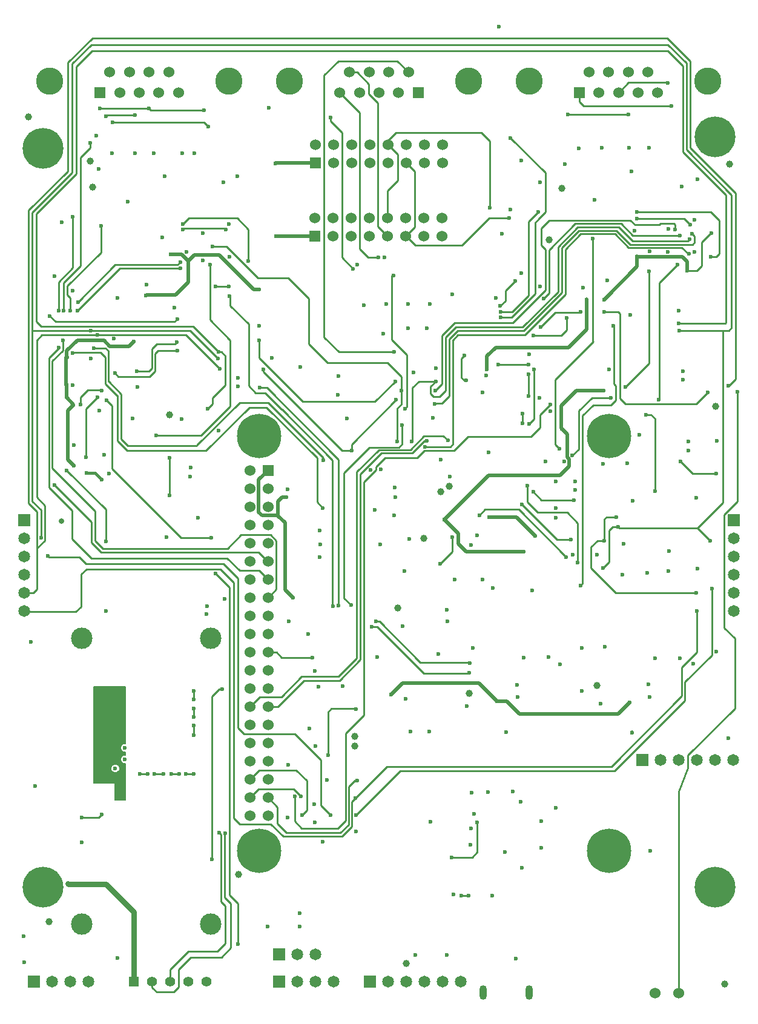
<source format=gbl>
G04 #@! TF.FileFunction,Copper,L4,Bot,Signal*
%FSLAX46Y46*%
G04 Gerber Fmt 4.6, Leading zero omitted, Abs format (unit mm)*
G04 Created by KiCad (PCBNEW 4.0.6) date Sunday, October 29, 2017 'AMt' 11:13:45 AM*
%MOMM*%
%LPD*%
G01*
G04 APERTURE LIST*
%ADD10C,0.100000*%
%ADD11R,1.524000X1.524000*%
%ADD12C,1.524000*%
%ADD13C,1.000760*%
%ADD14C,5.699760*%
%ADD15C,3.000000*%
%ADD16C,3.810000*%
%ADD17R,1.397000X1.397000*%
%ADD18C,1.397000*%
%ADD19C,6.200000*%
%ADD20R,1.651000X1.651000*%
%ADD21C,1.651000*%
%ADD22O,1.016000X2.032000*%
%ADD23C,0.600000*%
%ADD24C,0.250000*%
%ADD25C,0.508000*%
%ADD26C,0.381000*%
%ADD27C,0.254000*%
%ADD28C,0.762000*%
%ADD29C,0.203200*%
G04 APERTURE END LIST*
D10*
D11*
X99060000Y-51910000D03*
D12*
X99060000Y-49370000D03*
X101600000Y-51910000D03*
X101600000Y-49370000D03*
X104140000Y-51910000D03*
X104140000Y-49370000D03*
X106680000Y-51910000D03*
X106680000Y-49370000D03*
X109220000Y-51910000D03*
X109220000Y-49370000D03*
X111760000Y-51910000D03*
X111760000Y-49370000D03*
X114300000Y-51910000D03*
X114300000Y-49370000D03*
X116840000Y-51910000D03*
X116840000Y-49370000D03*
D13*
X131750000Y-62640000D03*
X67524000Y-51662000D03*
D14*
X60960000Y-49880000D03*
X154940000Y-48260000D03*
X154953000Y-153162000D03*
X60960000Y-153162000D03*
D13*
X88275000Y-151390000D03*
X104600000Y-133415000D03*
D15*
X66375000Y-118340000D03*
X66375000Y-158340000D03*
X84375000Y-118340000D03*
X84375000Y-158340000D03*
D11*
X98960000Y-62110000D03*
D12*
X98960000Y-59570000D03*
X101500000Y-62110000D03*
X101500000Y-59570000D03*
X104040000Y-62110000D03*
X104040000Y-59570000D03*
X106580000Y-62110000D03*
X106580000Y-59570000D03*
X109120000Y-62110000D03*
X109120000Y-59570000D03*
X111660000Y-62110000D03*
X111660000Y-59570000D03*
X114200000Y-62110000D03*
X114200000Y-59570000D03*
X116740000Y-62110000D03*
X116740000Y-59570000D03*
D13*
X120525000Y-126065000D03*
X138437500Y-125002500D03*
D12*
X78532000Y-39220000D03*
X75792000Y-39220000D03*
X73052000Y-39220000D03*
X70312000Y-39220000D03*
X79902000Y-42060000D03*
X77162000Y-42060000D03*
X74422000Y-42060000D03*
X71682000Y-42060000D03*
D11*
X68942000Y-42060000D03*
D16*
X61927000Y-40490000D03*
X86917000Y-40490000D03*
X153945000Y-40490000D03*
X128955000Y-40490000D03*
D11*
X135970000Y-42060000D03*
D12*
X138710000Y-42060000D03*
X141450000Y-42060000D03*
X144190000Y-42060000D03*
X146930000Y-42060000D03*
X137340000Y-39220000D03*
X140080000Y-39220000D03*
X142820000Y-39220000D03*
X145560000Y-39220000D03*
D13*
X104525000Y-132090000D03*
D16*
X120445000Y-40490000D03*
X95455000Y-40490000D03*
D12*
X102470000Y-42060000D03*
X105210000Y-42060000D03*
X107950000Y-42060000D03*
X110690000Y-42060000D03*
D11*
X113430000Y-42060000D03*
D12*
X103840000Y-39220000D03*
X106580000Y-39220000D03*
X109320000Y-39220000D03*
X112060000Y-39220000D03*
D17*
X73660000Y-166370000D03*
D18*
X76200000Y-166370000D03*
X78740000Y-166370000D03*
X81280000Y-166370000D03*
X83820000Y-166370000D03*
D13*
X114250000Y-104390000D03*
X116600000Y-97890000D03*
X117750000Y-97065000D03*
X111775000Y-163790000D03*
X110537500Y-114102500D03*
D11*
X92420000Y-94910000D03*
D12*
X89880000Y-94910000D03*
X92420000Y-107610000D03*
X89880000Y-97450000D03*
X92420000Y-110150000D03*
X89880000Y-99990000D03*
X92420000Y-112690000D03*
X89880000Y-102530000D03*
X92420000Y-115230000D03*
X89880000Y-105070000D03*
X92420000Y-117770000D03*
X89880000Y-107610000D03*
X92420000Y-120310000D03*
X89880000Y-110150000D03*
X92420000Y-122850000D03*
X89880000Y-112690000D03*
X92420000Y-125390000D03*
X89880000Y-115230000D03*
X92420000Y-127930000D03*
X89880000Y-117770000D03*
X92420000Y-130470000D03*
X89880000Y-120310000D03*
X92420000Y-133010000D03*
X89880000Y-122850000D03*
X89880000Y-125390000D03*
X92420000Y-135550000D03*
X89880000Y-127930000D03*
X89880000Y-133010000D03*
X89880000Y-135550000D03*
X89880000Y-138090000D03*
X89880000Y-140630000D03*
X92420000Y-138090000D03*
X92420000Y-140630000D03*
X92420000Y-97450000D03*
X92420000Y-99990000D03*
X92420000Y-102530000D03*
X92420000Y-105070000D03*
X92420000Y-143170000D03*
X89880000Y-143170000D03*
X89880000Y-130470000D03*
D19*
X91150000Y-90040000D03*
X91150000Y-148040000D03*
X140150000Y-90040000D03*
X140150000Y-148040000D03*
D13*
X58950000Y-45490000D03*
X156975000Y-52090000D03*
X61850000Y-157940000D03*
X156275000Y-166665000D03*
D12*
X146550000Y-167940000D03*
X149850000Y-167940000D03*
D20*
X58300000Y-101840000D03*
D21*
X58300000Y-104380000D03*
X58300000Y-106920000D03*
X58300000Y-109460000D03*
X58300000Y-112000000D03*
X58300000Y-114540000D03*
X157600000Y-114540000D03*
X157600000Y-112000000D03*
X157600000Y-109460000D03*
X157600000Y-106920000D03*
X157600000Y-104380000D03*
D20*
X157600000Y-101840000D03*
X93960000Y-162540000D03*
D21*
X96500000Y-162540000D03*
X99040000Y-162540000D03*
X67310000Y-166390000D03*
X64770000Y-166390000D03*
X62230000Y-166390000D03*
D20*
X59690000Y-166390000D03*
D21*
X157500000Y-135340000D03*
X154960000Y-135340000D03*
X152420000Y-135340000D03*
X149880000Y-135340000D03*
X147340000Y-135340000D03*
D20*
X144800000Y-135340000D03*
X106700000Y-166390000D03*
D21*
X109240000Y-166390000D03*
X111780000Y-166390000D03*
X114320000Y-166390000D03*
X116860000Y-166390000D03*
X119400000Y-166390000D03*
D20*
X93990000Y-166390000D03*
D21*
X96530000Y-166390000D03*
X99070000Y-166390000D03*
X101610000Y-166390000D03*
D22*
X122524200Y-167865000D03*
X128975800Y-167865000D03*
D13*
X67900000Y-55240000D03*
X78650000Y-87140000D03*
X133500000Y-55490000D03*
X155000000Y-85890000D03*
D23*
X122950000Y-81640000D03*
X118200000Y-70290000D03*
X108550000Y-75790000D03*
X114650000Y-74990000D03*
X93000000Y-79190000D03*
X136500000Y-69360000D03*
X139830000Y-68330000D03*
X144330000Y-89950000D03*
X148450000Y-108930000D03*
X145420000Y-109180000D03*
X121650000Y-103940000D03*
X98975000Y-122890000D03*
X69725000Y-114590000D03*
X69525000Y-92715000D03*
X63562280Y-60227720D03*
X155125000Y-120240000D03*
X139550000Y-119540000D03*
X151200000Y-90865000D03*
X152275000Y-98715000D03*
X128925000Y-78640000D03*
X123275000Y-92365000D03*
X67625000Y-79215000D03*
X145900000Y-148040000D03*
X116600000Y-93365000D03*
X127075000Y-163140000D03*
X58345000Y-163655000D03*
X118400000Y-154140000D03*
X113000000Y-162640000D03*
X145800000Y-64290000D03*
X81025000Y-64340000D03*
X99450000Y-125140000D03*
X123875000Y-111315000D03*
X122450000Y-110115000D03*
X118500000Y-110165000D03*
X130600000Y-147690000D03*
X130600000Y-143915000D03*
X132700000Y-142090000D03*
X127775000Y-141215000D03*
X126675000Y-139740000D03*
X136325000Y-125765000D03*
X136300000Y-119690000D03*
X114975000Y-131365000D03*
X123225000Y-139890000D03*
X120875000Y-139990000D03*
X116287500Y-120581180D03*
X129350000Y-111690000D03*
X111500000Y-108940000D03*
X111212500Y-116652500D03*
X117487500Y-115977500D03*
X117412500Y-114352500D03*
X138400000Y-106715000D03*
X132700000Y-101515000D03*
X132700000Y-100165000D03*
X135350000Y-97615000D03*
X135400000Y-96440000D03*
X132650000Y-96390000D03*
X110050000Y-101165000D03*
X110175000Y-97315000D03*
X122425000Y-83990000D03*
X68450000Y-48115000D03*
X96825000Y-158640000D03*
X96825000Y-156765000D03*
X98950000Y-144090000D03*
X104775000Y-145340000D03*
X100675000Y-138165000D03*
X142650000Y-93915000D03*
X138100000Y-57040000D03*
X95125000Y-143440000D03*
X98200000Y-130965000D03*
X95250000Y-136040000D03*
X95375000Y-116015000D03*
X86350000Y-112890000D03*
X99675000Y-103290000D03*
X99650000Y-106990000D03*
X65150000Y-82940000D03*
X70900000Y-76465000D03*
X112375000Y-131415000D03*
X111675000Y-126815000D03*
X71075000Y-136590000D03*
X146562500Y-121127500D03*
X66375000Y-146890000D03*
X72375000Y-133690000D03*
X72375000Y-135290000D03*
X82075000Y-137290000D03*
X80975000Y-137290000D03*
X79975000Y-137290000D03*
X78875000Y-137290000D03*
X77775000Y-137290000D03*
X76575000Y-137290000D03*
X75575000Y-137290000D03*
X74475000Y-137290000D03*
X82650000Y-101540000D03*
X143362500Y-131529340D03*
X115175000Y-144015000D03*
X75450000Y-68940000D03*
X127975000Y-150465000D03*
X125575000Y-148265000D03*
X123800000Y-154315000D03*
X120775000Y-147240000D03*
X120800000Y-144915000D03*
X143650000Y-61340000D03*
X77675000Y-62340000D03*
X104900000Y-66140000D03*
X108700000Y-65065000D03*
X142186264Y-105187452D03*
X149850000Y-72515000D03*
X125750000Y-131516840D03*
X133825000Y-93615000D03*
X133300000Y-122015000D03*
X131700000Y-120990000D03*
X128175000Y-121090000D03*
X121100000Y-119690000D03*
X127275000Y-124865000D03*
X127325000Y-126565000D03*
X120200000Y-127840000D03*
X138962500Y-127502500D03*
X151887500Y-121902500D03*
X150062500Y-121127500D03*
X145612500Y-124827500D03*
X145787500Y-126577500D03*
X65250000Y-91390000D03*
X115050000Y-71590000D03*
X112050000Y-71590000D03*
X105850000Y-71790000D03*
X108950000Y-71640000D03*
X131900000Y-86615000D03*
X140150000Y-80740000D03*
X150450000Y-81040000D03*
X127850000Y-67340000D03*
X125150000Y-61840000D03*
X135850000Y-49840000D03*
X139150000Y-49740000D03*
X142950000Y-49740000D03*
X145750000Y-49740000D03*
X126350000Y-58440000D03*
X127850000Y-51540000D03*
X130450000Y-54640000D03*
X91150000Y-74640000D03*
X88250000Y-81940000D03*
X74150000Y-83240000D03*
X115500000Y-87540000D03*
X112800000Y-81165000D03*
X124250000Y-70740000D03*
X62550000Y-67740000D03*
X102195000Y-84295000D03*
X81650000Y-94440000D03*
X71350000Y-70740000D03*
X72850000Y-57340000D03*
X82150000Y-50540000D03*
X80450000Y-50540000D03*
X76450000Y-50540000D03*
X73850000Y-50540000D03*
X70650000Y-50540000D03*
X96925000Y-80390000D03*
X91200000Y-69615000D03*
X110200000Y-98590000D03*
X112200000Y-104440000D03*
X142000000Y-109490000D03*
X103475000Y-87615000D03*
X102275000Y-81715000D03*
X64325000Y-79040000D03*
X152500000Y-108640000D03*
X139275000Y-93990000D03*
X95150000Y-97490000D03*
X120825000Y-105315000D03*
X58240000Y-159990000D03*
X117450000Y-162640000D03*
X92400000Y-158640000D03*
X71350000Y-163040000D03*
X78225000Y-104240000D03*
X73650000Y-76890000D03*
X64200000Y-82790000D03*
X65225000Y-85740000D03*
X65250000Y-94240000D03*
X135050000Y-106665000D03*
X99025000Y-133440000D03*
X102900000Y-125065000D03*
X107675000Y-120990000D03*
X98075000Y-117790000D03*
X115925000Y-80565000D03*
X130400000Y-84740000D03*
X131275000Y-93665000D03*
X117825000Y-95740000D03*
X137000000Y-70990000D03*
X123050000Y-80765000D03*
X126625000Y-77690000D03*
X154450000Y-61740000D03*
X139425000Y-70990000D03*
X69150000Y-96140000D03*
X67050000Y-95240000D03*
X144025000Y-65015000D03*
X78800000Y-64715000D03*
X75375000Y-70465000D03*
X151050000Y-66965000D03*
X148325000Y-40690000D03*
X133150000Y-91865000D03*
X137875000Y-62490000D03*
X148850000Y-43940000D03*
X145300000Y-87090000D03*
X146520000Y-97770000D03*
X140350000Y-84740000D03*
X135000000Y-92815000D03*
X96175000Y-140415000D03*
X131900000Y-85665000D03*
X145675000Y-67090000D03*
X142400000Y-83190000D03*
X142850000Y-45140000D03*
X134350000Y-45140000D03*
X112050000Y-74990000D03*
X133950000Y-52040000D03*
X143050000Y-73140000D03*
X133530000Y-89030000D03*
X155230000Y-90780000D03*
X148470000Y-106180000D03*
X88250000Y-83140000D03*
X79300000Y-72140000D03*
X65150000Y-69740000D03*
X68750000Y-52740000D03*
X156825000Y-132340000D03*
X68850000Y-86565000D03*
X143450000Y-99165000D03*
X117075000Y-101790000D03*
X128225000Y-106265000D03*
X139350000Y-83765000D03*
X83350000Y-65540000D03*
X150250000Y-55215000D03*
X73500000Y-87590000D03*
X80350000Y-87740000D03*
X151225000Y-92115000D03*
X130450000Y-69140000D03*
X150450000Y-82240000D03*
X152450000Y-54140000D03*
X152050000Y-64340000D03*
X148350000Y-64340000D03*
X148450000Y-61140000D03*
X152050000Y-59840000D03*
X143250000Y-53040000D03*
X70150000Y-95340000D03*
X85550000Y-89340000D03*
X86950000Y-60421000D03*
X87029017Y-65037631D03*
X83331000Y-61721000D03*
X88150000Y-53740000D03*
X81550000Y-95740000D03*
X77950000Y-53740000D03*
X86150000Y-54640000D03*
X124925000Y-71890000D03*
X127025000Y-68365000D03*
X124975000Y-72690000D03*
X130250000Y-58740000D03*
X124950000Y-73515000D03*
X126350000Y-48390000D03*
X149350000Y-61215000D03*
X115850000Y-83715000D03*
X110450000Y-90865000D03*
X111050000Y-83740000D03*
X84700000Y-63540000D03*
X150025000Y-62015000D03*
X130950000Y-70890000D03*
X89691949Y-65598051D03*
X80550000Y-60440000D03*
X114400000Y-91565000D03*
X151275000Y-64615000D03*
X91150000Y-76740000D03*
X110250000Y-82440000D03*
X112550000Y-90865000D03*
X151350000Y-62565000D03*
X115900000Y-82440000D03*
X151750000Y-61790000D03*
X115775000Y-85590000D03*
X104150000Y-92140000D03*
X110350000Y-85040000D03*
X91750000Y-80740000D03*
X86550000Y-61240000D03*
X80550000Y-61240000D03*
X84300000Y-66115002D03*
X76825000Y-90015000D03*
X153900000Y-84015000D03*
X130525000Y-74840000D03*
X136150000Y-72765000D03*
X139450000Y-72740000D03*
X83449999Y-44539999D03*
X75750000Y-44240000D03*
X68950000Y-44240000D03*
X64750000Y-72590000D03*
X69100000Y-60740000D03*
X84075000Y-46790000D03*
X70675000Y-46215000D03*
X65750000Y-72590000D03*
X80150000Y-66640000D03*
X73850000Y-45240000D03*
X69750000Y-45340000D03*
X62575000Y-96965000D03*
X63150000Y-77740000D03*
X63150000Y-72515000D03*
X65150000Y-59440000D03*
X67600000Y-49065000D03*
X63750000Y-76740000D03*
X63875000Y-72540000D03*
X86950000Y-69140000D03*
X85050000Y-69140000D03*
X80150000Y-65740000D03*
X65850000Y-71340000D03*
X101475000Y-113840000D03*
X87050000Y-70540000D03*
X102300000Y-113790000D03*
X104750000Y-128265000D03*
X100800000Y-134715000D03*
X91275000Y-83265000D03*
X78650000Y-98340000D03*
X78650000Y-93140000D03*
X144000000Y-58765000D03*
X154350000Y-65040000D03*
X151450000Y-60540000D03*
X144000000Y-59690000D03*
X149675000Y-66115000D03*
X147100000Y-84965000D03*
X158100000Y-83940000D03*
X104350000Y-66740000D03*
X101150000Y-45540000D03*
X111550000Y-86240000D03*
X109950000Y-67640000D03*
X59900000Y-139040000D03*
X107875000Y-65065000D03*
X71675000Y-140690000D03*
X71675000Y-140090000D03*
X68675000Y-129790000D03*
X68675000Y-128490000D03*
X68675000Y-127190000D03*
X68675000Y-125690000D03*
X68975000Y-137890000D03*
X69375000Y-138390000D03*
X154500000Y-111415000D03*
X61675000Y-106865000D03*
X104725000Y-143090000D03*
X101175000Y-143115000D03*
X152400000Y-114554000D03*
X104625000Y-140690000D03*
X64450000Y-152640000D03*
X124675000Y-32815000D03*
X63500000Y-101954000D03*
X95025000Y-98590000D03*
X100075000Y-146815000D03*
X98925000Y-141590000D03*
X59275000Y-118865000D03*
X95925000Y-112690000D03*
X94800000Y-108940000D03*
X98625000Y-121040000D03*
X86425000Y-145640000D03*
X114600000Y-90790000D03*
X84600000Y-149290000D03*
X86050000Y-125440000D03*
X85625000Y-145565000D03*
X117575000Y-90690000D03*
X97175000Y-143065000D03*
X97025000Y-140415000D03*
X104900000Y-138215000D03*
X88250000Y-161140000D03*
X85075000Y-109265000D03*
X66375000Y-143390000D03*
X69175000Y-142990000D03*
X99700000Y-105265000D03*
X108100000Y-105240000D03*
X104025000Y-113740000D03*
X111200000Y-88515000D03*
X93550000Y-62140000D03*
X93450000Y-51940000D03*
X110050000Y-78340000D03*
X121700000Y-144090000D03*
X118125000Y-149015000D03*
X92550000Y-44190000D03*
X123450000Y-58140000D03*
X126150000Y-59640000D03*
X119425000Y-154315000D03*
X120475000Y-154315000D03*
X121212500Y-142952500D03*
X109650000Y-126240000D03*
X142987500Y-127302500D03*
X124475000Y-127140000D03*
X134825000Y-104540000D03*
X127925000Y-99665000D03*
X129800000Y-104015000D03*
X123375000Y-101390000D03*
X120625000Y-121790000D03*
X69750000Y-104840000D03*
X64250000Y-94865000D03*
X83925000Y-113840000D03*
X107500000Y-116015000D03*
X128050000Y-88315000D03*
X128025000Y-86915000D03*
X120525000Y-123215000D03*
X61925000Y-73315000D03*
X79725000Y-73740000D03*
X106925000Y-116715000D03*
X83850000Y-114990000D03*
X136125000Y-110990000D03*
X140725000Y-74690000D03*
X116525000Y-107940000D03*
X118200000Y-104240000D03*
X154225000Y-104690000D03*
X60675000Y-104290000D03*
X139300000Y-108515000D03*
X141375000Y-102790000D03*
X67625000Y-75340000D03*
X149950000Y-75340000D03*
X85450000Y-79240000D03*
X152350000Y-112040000D03*
X156825000Y-83090000D03*
X139450000Y-104715000D03*
X141100000Y-101415000D03*
X68575000Y-75965000D03*
X85650000Y-80690000D03*
X107325000Y-100390000D03*
X65125000Y-78440000D03*
X120150000Y-82315000D03*
X119875000Y-78840000D03*
X100100000Y-100115000D03*
X68075000Y-77790000D03*
X108225000Y-94765000D03*
X106775000Y-94790000D03*
X100200000Y-93490000D03*
X83975000Y-86290000D03*
X85550000Y-78340000D03*
X149850000Y-74340000D03*
X134150000Y-107015000D03*
X122000000Y-101140000D03*
X129525000Y-97890000D03*
X135225000Y-99040000D03*
X128725000Y-97040000D03*
X135750000Y-107740000D03*
X69200000Y-83715000D03*
X66225000Y-85715000D03*
X68600000Y-84640000D03*
X66975000Y-93065000D03*
X71025000Y-81315000D03*
X79750000Y-78165000D03*
X79700000Y-76915000D03*
X74100000Y-81040000D03*
X69850000Y-85065000D03*
X84500000Y-104265000D03*
X128925000Y-88415000D03*
X129650000Y-80790000D03*
X124650000Y-80090000D03*
X128825000Y-80115000D03*
X129575000Y-75990000D03*
X134175000Y-73565000D03*
X150125000Y-93665000D03*
X155150000Y-95315000D03*
X128900000Y-81440000D03*
X128875000Y-84465000D03*
X82075000Y-125690000D03*
X82075000Y-126890000D03*
X82075000Y-128190000D03*
X82075000Y-129390000D03*
X82075000Y-130590000D03*
X82075000Y-131890000D03*
D24*
X108550000Y-75790000D02*
X108500000Y-75790000D01*
X63562280Y-60227720D02*
X63550000Y-60240000D01*
X72375000Y-135290000D02*
X72375000Y-135190000D01*
X82075000Y-137290000D02*
X80975000Y-137290000D01*
X79975000Y-137290000D02*
X78875000Y-137290000D01*
X77775000Y-137290000D02*
X76575000Y-137290000D01*
X75575000Y-137290000D02*
X74475000Y-137290000D01*
D25*
X143362500Y-131529340D02*
X143362500Y-131502500D01*
D24*
X145787500Y-126577500D02*
X145812500Y-126577500D01*
D25*
X82125000Y-64765000D02*
X85575000Y-64765000D01*
X85575000Y-64765000D02*
X90425000Y-69615000D01*
X82125000Y-64765000D02*
X81262500Y-65627500D01*
X90425000Y-69615000D02*
X91200000Y-69615000D01*
X64250000Y-84715000D02*
X64250000Y-82840000D01*
X64250000Y-82840000D02*
X64200000Y-82790000D01*
X64300000Y-78140000D02*
X64300000Y-79015000D01*
X64300000Y-79015000D02*
X64200000Y-79115000D01*
X64200000Y-79115000D02*
X64200000Y-82790000D01*
X123050000Y-78940000D02*
X123050000Y-80765000D01*
X64300000Y-78140000D02*
X65750000Y-76690000D01*
D24*
X58240000Y-159990000D02*
X58245000Y-159985000D01*
X58245000Y-159985000D02*
X58245000Y-159980000D01*
D25*
X81262500Y-68602500D02*
X81262500Y-65627500D01*
X81262500Y-65627500D02*
X80350000Y-64715000D01*
X80350000Y-64715000D02*
X78800000Y-64715000D01*
X65750000Y-76690000D02*
X69475000Y-76690000D01*
X69475000Y-76690000D02*
X70300000Y-77515000D01*
X70300000Y-77515000D02*
X73025000Y-77515000D01*
X73025000Y-77515000D02*
X73650000Y-76890000D01*
X65225000Y-85740000D02*
X65225000Y-85690000D01*
X65225000Y-85690000D02*
X64225000Y-84690000D01*
X65225000Y-85740000D02*
X64425000Y-86540000D01*
X64425000Y-86540000D02*
X64425000Y-93415000D01*
X64425000Y-93415000D02*
X65250000Y-94240000D01*
D24*
X130400000Y-84740000D02*
X130375000Y-84740000D01*
X130375000Y-84740000D02*
X130375000Y-84715000D01*
D25*
X126625000Y-77690000D02*
X134475000Y-77690000D01*
X134475000Y-77690000D02*
X136975000Y-75190000D01*
X136975000Y-75190000D02*
X136975000Y-70915000D01*
X126625000Y-77690000D02*
X124300000Y-77690000D01*
X124300000Y-77690000D02*
X123050000Y-78940000D01*
D24*
X154325000Y-61740000D02*
X153100000Y-62965000D01*
X153100000Y-62965000D02*
X153100000Y-66290000D01*
X153100000Y-66290000D02*
X152425000Y-66965000D01*
X152425000Y-66965000D02*
X151050000Y-66965000D01*
D25*
X144025000Y-65015000D02*
X150375000Y-65015000D01*
X150375000Y-65015000D02*
X151050000Y-65690000D01*
X151050000Y-65690000D02*
X151050000Y-66965000D01*
X144025000Y-64965000D02*
X144025000Y-66390000D01*
X144025000Y-66390000D02*
X139425000Y-70990000D01*
D26*
X67050000Y-95240000D02*
X68250000Y-95240000D01*
X68250000Y-95240000D02*
X69150000Y-96140000D01*
D25*
X79500000Y-70365000D02*
X81275000Y-68590000D01*
X75475000Y-70365000D02*
X79500000Y-70365000D01*
X75375000Y-70465000D02*
X75475000Y-70365000D01*
D24*
X148275000Y-40640000D02*
X142870000Y-40640000D01*
X148325000Y-40690000D02*
X148275000Y-40640000D01*
X142870000Y-40640000D02*
X141450000Y-42060000D01*
X132575000Y-82215000D02*
X132575000Y-91290000D01*
X132575000Y-91290000D02*
X133150000Y-91865000D01*
X132575000Y-82215000D02*
X137900000Y-76890000D01*
X137850000Y-76840000D02*
X137850000Y-62515000D01*
X137900000Y-76890000D02*
X137850000Y-76840000D01*
X135970000Y-43360000D02*
X135970000Y-42060000D01*
X136550000Y-43940000D02*
X135970000Y-43360000D01*
X148850000Y-43940000D02*
X136550000Y-43940000D01*
X146520000Y-97770000D02*
X146525000Y-87640000D01*
X146525000Y-87640000D02*
X145975000Y-87090000D01*
X145975000Y-87090000D02*
X145300000Y-87090000D01*
X135900000Y-87440000D02*
X135900000Y-86565000D01*
X135900000Y-86565000D02*
X137725000Y-84740000D01*
X137725000Y-84740000D02*
X140350000Y-84740000D01*
X135900000Y-91915000D02*
X135900000Y-87440000D01*
X135000000Y-92815000D02*
X135900000Y-91915000D01*
X103300000Y-143815000D02*
X103300000Y-131640000D01*
X103300000Y-131640000D02*
X105825000Y-129115000D01*
X105825000Y-129115000D02*
X105825000Y-96515000D01*
X103300000Y-143815000D02*
X102200000Y-144915000D01*
X102200000Y-144915000D02*
X97150000Y-144915000D01*
X97150000Y-144915000D02*
X96175000Y-143940000D01*
X96175000Y-143940000D02*
X96175000Y-140415000D01*
X131900000Y-85665000D02*
X130475000Y-87090000D01*
X130475000Y-87090000D02*
X130475000Y-88890000D01*
X130475000Y-88890000D02*
X129200000Y-90165000D01*
X129200000Y-90165000D02*
X120400000Y-90165000D01*
X120400000Y-90165000D02*
X118425000Y-92140000D01*
X118425000Y-92140000D02*
X114300000Y-92140000D01*
X114300000Y-92140000D02*
X113325000Y-93115000D01*
X113325000Y-93115000D02*
X108825000Y-93115000D01*
X108825000Y-93115000D02*
X107525000Y-94415000D01*
X107525000Y-94415000D02*
X107525000Y-94815000D01*
X107525000Y-94815000D02*
X105825000Y-96515000D01*
X145700000Y-79890000D02*
X145700000Y-67090000D01*
X142400000Y-83190000D02*
X145700000Y-79890000D01*
X134350000Y-45140000D02*
X142850000Y-45140000D01*
X133530000Y-89030000D02*
X133522500Y-89037500D01*
X133522500Y-89037500D02*
X133450000Y-88965000D01*
D25*
X119025000Y-103740000D02*
X119025000Y-105140000D01*
X119025000Y-105140000D02*
X120150000Y-106265000D01*
X120150000Y-106265000D02*
X128225000Y-106265000D01*
X117075000Y-101790000D02*
X117075000Y-101740000D01*
X117075000Y-101740000D02*
X123250000Y-95565000D01*
X123250000Y-95565000D02*
X133300000Y-95565000D01*
X133300000Y-95565000D02*
X134550000Y-94315000D01*
X134550000Y-94315000D02*
X134550000Y-93315000D01*
X134550000Y-93315000D02*
X134275000Y-93040000D01*
X134275000Y-93040000D02*
X134275000Y-89790000D01*
X134275000Y-89790000D02*
X133450000Y-88965000D01*
X133450000Y-88965000D02*
X133450000Y-85865000D01*
X133450000Y-85865000D02*
X135550000Y-83765000D01*
X135550000Y-83765000D02*
X139350000Y-83765000D01*
X117075000Y-101790000D02*
X119025000Y-103740000D01*
D24*
X124925000Y-71890000D02*
X125650000Y-71165000D01*
X125650000Y-71165000D02*
X125650000Y-69740000D01*
X125650000Y-69740000D02*
X127025000Y-68365000D01*
X124975000Y-72690000D02*
X125000000Y-72715000D01*
X125000000Y-72715000D02*
X126575000Y-72715000D01*
X126575000Y-72715000D02*
X128850000Y-70440000D01*
X128850000Y-70440000D02*
X128850000Y-60140000D01*
X130250000Y-58740000D02*
X128850000Y-60140000D01*
X124950000Y-73515000D02*
X125000000Y-73465000D01*
X125000000Y-73465000D02*
X126475000Y-73465000D01*
X126475000Y-73465000D02*
X129775000Y-70165000D01*
X130325000Y-59715000D02*
X130300000Y-59715000D01*
X129775000Y-60240000D02*
X129775000Y-70165000D01*
X130300000Y-59715000D02*
X129775000Y-60240000D01*
X131250000Y-58790000D02*
X130325000Y-59715000D01*
X131250000Y-53290000D02*
X131250000Y-58790000D01*
X126350000Y-48390000D02*
X131250000Y-53290000D01*
X86650000Y-63540000D02*
X84700000Y-63540000D01*
X130675000Y-61440000D02*
X130675000Y-61015000D01*
X130675000Y-61015000D02*
X131775000Y-59915000D01*
X131775000Y-59915000D02*
X143125000Y-59915000D01*
X143125000Y-59915000D02*
X143750000Y-60540000D01*
X149350000Y-61215000D02*
X149375000Y-61190000D01*
X149375000Y-61190000D02*
X149375000Y-60515000D01*
X149375000Y-60515000D02*
X149200000Y-60340000D01*
X149200000Y-60340000D02*
X147325000Y-60340000D01*
X147325000Y-60340000D02*
X147125000Y-60540000D01*
X143750000Y-60540000D02*
X147125000Y-60540000D01*
X131250001Y-68790001D02*
X131250001Y-63965001D01*
X131250001Y-63965001D02*
X130675000Y-63390000D01*
X115850000Y-83715000D02*
X116750000Y-82815000D01*
X116750000Y-82815000D02*
X116750000Y-76040000D01*
X116750000Y-76040000D02*
X118525000Y-74265000D01*
X118525000Y-74265000D02*
X126625000Y-74265000D01*
X126625000Y-74265000D02*
X131225000Y-69665000D01*
X131225000Y-69665000D02*
X131250001Y-69665000D01*
X110450000Y-90865000D02*
X110500000Y-90815000D01*
X110500000Y-90815000D02*
X110500000Y-86190000D01*
X110500000Y-86190000D02*
X111050000Y-85640000D01*
X131250001Y-69665000D02*
X131250001Y-68790001D01*
X130675000Y-63390000D02*
X130675000Y-61440000D01*
X111050000Y-83740000D02*
X111050000Y-85640000D01*
X111050000Y-83740000D02*
X111050000Y-81740000D01*
X111050000Y-81740000D02*
X109150000Y-79840000D01*
X109150000Y-79840000D02*
X100750000Y-79840000D01*
X100750000Y-79840000D02*
X98150000Y-77240000D01*
X98150000Y-77240000D02*
X98150000Y-70840000D01*
X98150000Y-70840000D02*
X95250000Y-67940000D01*
X95250000Y-67940000D02*
X91050000Y-67940000D01*
X91050000Y-67940000D02*
X86650000Y-63540000D01*
X131750000Y-69540000D02*
X131750000Y-70090000D01*
X131750000Y-64665000D02*
X131750000Y-69540000D01*
X143450000Y-62015000D02*
X150025000Y-62015000D01*
X141825000Y-60390000D02*
X143450000Y-62015000D01*
X135425000Y-60390000D02*
X141825000Y-60390000D01*
X131750000Y-64065000D02*
X135425000Y-60390000D01*
X131750000Y-64665000D02*
X131750000Y-64065000D01*
X131750000Y-70090000D02*
X130950000Y-70890000D01*
X89691949Y-61181949D02*
X89691949Y-65598051D01*
X88150000Y-59640000D02*
X89691949Y-61181949D01*
X81350000Y-59640000D02*
X88150000Y-59640000D01*
X80550000Y-60440000D02*
X81350000Y-59640000D01*
X134000000Y-63990000D02*
X134000000Y-70290000D01*
X134000000Y-70290000D02*
X128325000Y-75965000D01*
X128325000Y-75965000D02*
X119000000Y-75965000D01*
X119000000Y-75965000D02*
X118300000Y-76665000D01*
X118300000Y-76665000D02*
X118300000Y-91165000D01*
X118300000Y-91165000D02*
X117900000Y-91565000D01*
X117900000Y-91565000D02*
X114400000Y-91565000D01*
X151275000Y-64615000D02*
X151175000Y-64615000D01*
X151175000Y-64615000D02*
X150300000Y-63740000D01*
X150300000Y-63740000D02*
X142850000Y-63740000D01*
X142850000Y-63740000D02*
X140950000Y-61840000D01*
X140950000Y-61840000D02*
X136150000Y-61840000D01*
X136150000Y-61840000D02*
X134000000Y-63990000D01*
X91150000Y-76740000D02*
X91150000Y-79140000D01*
X91150000Y-79140000D02*
X97300000Y-85290000D01*
X97300000Y-85290000D02*
X107400000Y-85290000D01*
X107400000Y-85290000D02*
X110250000Y-82440000D01*
X132975000Y-63640000D02*
X132975000Y-69915000D01*
X132975000Y-69915000D02*
X128050000Y-74840000D01*
X128050000Y-74840000D02*
X118700000Y-74840000D01*
X132975000Y-63640000D02*
X135750000Y-60865000D01*
X135750000Y-60865000D02*
X141500000Y-60865000D01*
X141500000Y-60865000D02*
X143425000Y-62790000D01*
X115187500Y-83152500D02*
X115187500Y-84127500D01*
X115187500Y-84127500D02*
X115600000Y-84540000D01*
X115600000Y-84540000D02*
X116450000Y-84540000D01*
X116450000Y-84540000D02*
X117225000Y-83765000D01*
X112550000Y-90865000D02*
X112600000Y-90815000D01*
X112600000Y-90815000D02*
X112600000Y-83340000D01*
X112600000Y-83340000D02*
X113500000Y-82440000D01*
X113500000Y-82440000D02*
X115900000Y-82440000D01*
X143425000Y-62790000D02*
X151125000Y-62790000D01*
X151125000Y-62790000D02*
X151350000Y-62565000D01*
X117225000Y-76315000D02*
X118700000Y-74840000D01*
X117225000Y-83765000D02*
X117225000Y-76315000D01*
X115187500Y-83152500D02*
X115900000Y-82440000D01*
X151750000Y-61790000D02*
X152100000Y-62140000D01*
X152100000Y-62140000D02*
X152100000Y-63015000D01*
X152100000Y-63015000D02*
X151800000Y-63315000D01*
X104150000Y-92140000D02*
X104150000Y-91240000D01*
X104150000Y-91240000D02*
X110350000Y-85040000D01*
X91750000Y-80740000D02*
X91750000Y-81140000D01*
X91750000Y-81140000D02*
X102750000Y-92140000D01*
X102750000Y-92140000D02*
X104150000Y-92140000D01*
X118950000Y-75365000D02*
X128175000Y-75365000D01*
X128175000Y-75365000D02*
X133525000Y-70015000D01*
X133525000Y-70015000D02*
X133525000Y-63740000D01*
X133525000Y-63740000D02*
X135900000Y-61365000D01*
X135900000Y-61365000D02*
X141100000Y-61365000D01*
X141100000Y-61365000D02*
X143050000Y-63315000D01*
X150050000Y-63315000D02*
X151800000Y-63315000D01*
X143050000Y-63315000D02*
X150050000Y-63315000D01*
X150050000Y-63315000D02*
X150025000Y-63315000D01*
X115775000Y-85590000D02*
X115825000Y-85540000D01*
X115825000Y-85540000D02*
X116725000Y-85540000D01*
X116725000Y-85540000D02*
X117750000Y-84515000D01*
X117750000Y-84515000D02*
X117750000Y-76565000D01*
X117750000Y-76565000D02*
X118950000Y-75365000D01*
X86350000Y-61040000D02*
X86550000Y-61240000D01*
X80750000Y-61040000D02*
X86350000Y-61040000D01*
X80550000Y-61240000D02*
X80750000Y-61040000D01*
X84287500Y-72652500D02*
X84287500Y-73827500D01*
X84287500Y-73827500D02*
X87125000Y-76665000D01*
X87125000Y-76665000D02*
X87125000Y-85890000D01*
X87125000Y-85890000D02*
X83025000Y-89990000D01*
X83025000Y-89990000D02*
X76850000Y-89990000D01*
X76850000Y-89990000D02*
X76825000Y-90015000D01*
X84287500Y-72652500D02*
X84300000Y-72640000D01*
X84300000Y-72640000D02*
X84300000Y-66115002D01*
X153900000Y-84015000D02*
X152300000Y-85615000D01*
X152300000Y-85615000D02*
X142375000Y-85615000D01*
X142375000Y-85615000D02*
X141625000Y-84865000D01*
X141625000Y-84865000D02*
X141625000Y-72940000D01*
X141625000Y-72940000D02*
X141425000Y-72740000D01*
X141425000Y-72740000D02*
X139450000Y-72740000D01*
X130525000Y-74840000D02*
X132575000Y-72790000D01*
X132575000Y-72790000D02*
X136125000Y-72790000D01*
X136125000Y-72790000D02*
X136150000Y-72765000D01*
X75750000Y-44240000D02*
X76049999Y-44539999D01*
X76049999Y-44539999D02*
X83449999Y-44539999D01*
X68950000Y-44240000D02*
X75750000Y-44240000D01*
X64750000Y-72590000D02*
X64750000Y-70740000D01*
X64750000Y-70740000D02*
X64350000Y-70340000D01*
X69100000Y-60740000D02*
X69050000Y-60790000D01*
X69050000Y-60790000D02*
X69050000Y-64415000D01*
X64350000Y-69115000D02*
X64350000Y-70340000D01*
X69050000Y-64415000D02*
X64350000Y-69115000D01*
X84075000Y-46790000D02*
X83500000Y-46215000D01*
X83500000Y-46215000D02*
X70675000Y-46215000D01*
X65750000Y-72590000D02*
X71700000Y-66640000D01*
X71700000Y-66640000D02*
X80150000Y-66640000D01*
X69850000Y-45240000D02*
X73850000Y-45240000D01*
X69750000Y-45340000D02*
X69850000Y-45240000D01*
X91100000Y-106365000D02*
X69125000Y-106365000D01*
X69125000Y-106365000D02*
X67725000Y-104965000D01*
X67725000Y-104965000D02*
X67725000Y-102115000D01*
X67725000Y-102115000D02*
X62575000Y-96965000D01*
X92420000Y-107610000D02*
X92345000Y-107610000D01*
X92345000Y-107610000D02*
X91100000Y-106365000D01*
X91175000Y-108905000D02*
X92420000Y-110150000D01*
X63150000Y-70340000D02*
X63150000Y-72515000D01*
X91175000Y-108905000D02*
X88485000Y-108905000D01*
X88485000Y-108905000D02*
X86720000Y-107140000D01*
X86720000Y-107140000D02*
X67700000Y-107140000D01*
X67700000Y-107140000D02*
X65025000Y-104465000D01*
X65025000Y-104465000D02*
X65025000Y-100490000D01*
X63150000Y-77740000D02*
X63150000Y-77765000D01*
X63150000Y-77765000D02*
X61775000Y-79140000D01*
X61775000Y-79140000D02*
X61775000Y-97240000D01*
X61775000Y-97240000D02*
X65025000Y-100490000D01*
X63150000Y-68540000D02*
X65150000Y-66540000D01*
X63150000Y-68540000D02*
X63150000Y-70340000D01*
X65150000Y-59440000D02*
X65150000Y-66540000D01*
X67600000Y-49065000D02*
X67600000Y-49790000D01*
X67600000Y-49790000D02*
X66250000Y-51140000D01*
X63875000Y-68665000D02*
X63875000Y-72540000D01*
X86750000Y-105815000D02*
X69375000Y-105815000D01*
X69375000Y-105815000D02*
X68275000Y-104715000D01*
X68275000Y-104715000D02*
X68275000Y-100565000D01*
X68275000Y-100565000D02*
X62250000Y-94540000D01*
X63750000Y-76740000D02*
X63750000Y-78115000D01*
X63750000Y-78115000D02*
X62250000Y-79615000D01*
X62250000Y-79615000D02*
X62250000Y-94540000D01*
X86750000Y-105815000D02*
X88650000Y-103915000D01*
X88650000Y-103915000D02*
X92825000Y-103915000D01*
X92825000Y-103915000D02*
X93600000Y-104690000D01*
X93600000Y-104690000D02*
X93600000Y-111510000D01*
X93600000Y-111510000D02*
X92420000Y-112690000D01*
X63875000Y-68665000D02*
X66250000Y-66290000D01*
X66250000Y-66290000D02*
X66250000Y-51140000D01*
X85050000Y-69140000D02*
X86950000Y-69140000D01*
X65850000Y-71340000D02*
X71050000Y-66140000D01*
X71050000Y-66140000D02*
X79750000Y-66140000D01*
X79750000Y-66140000D02*
X80150000Y-65740000D01*
X94375000Y-86365000D02*
X94350000Y-86365000D01*
X94350000Y-86365000D02*
X92025000Y-84040000D01*
X92025000Y-84040000D02*
X90700000Y-84040000D01*
X90700000Y-84040000D02*
X89750000Y-83090000D01*
X101475000Y-113840000D02*
X101450000Y-113815000D01*
X101450000Y-113815000D02*
X101450000Y-93440000D01*
X101450000Y-93440000D02*
X94375000Y-86365000D01*
X89750000Y-83090000D02*
X89750000Y-74440000D01*
X89750000Y-74440000D02*
X87150000Y-71840000D01*
X87150000Y-71840000D02*
X87150000Y-70640000D01*
X87150000Y-70640000D02*
X87050000Y-70540000D01*
X102300000Y-93390000D02*
X92250000Y-83340000D01*
X92250000Y-83340000D02*
X91350000Y-83340000D01*
X91350000Y-83340000D02*
X91275000Y-83265000D01*
X102300000Y-93390000D02*
X102300000Y-113790000D01*
X104750000Y-128265000D02*
X104700000Y-128215000D01*
X104700000Y-128215000D02*
X101250000Y-128215000D01*
X101250000Y-128215000D02*
X100800000Y-128665000D01*
X100800000Y-128665000D02*
X100800000Y-134715000D01*
X78650000Y-98340000D02*
X78650000Y-93140000D01*
X152675000Y-58765000D02*
X154325000Y-58765000D01*
X154325000Y-58765000D02*
X155525000Y-59965000D01*
X155525000Y-59965000D02*
X155525000Y-64590000D01*
X155525000Y-64590000D02*
X155075000Y-65040000D01*
X155075000Y-65040000D02*
X154350000Y-65040000D01*
X152675000Y-58765000D02*
X144000000Y-58765000D01*
X150600000Y-59690000D02*
X144000000Y-59690000D01*
X151450000Y-60540000D02*
X150600000Y-59690000D01*
X147150000Y-68640000D02*
X149675000Y-66115000D01*
X147150000Y-68790000D02*
X147150000Y-68665000D01*
D27*
X147150000Y-68740000D02*
X147150000Y-84915000D01*
X147150000Y-84915000D02*
X147100000Y-84965000D01*
D24*
X151150000Y-136440000D02*
X151150000Y-134715000D01*
X151150000Y-134715000D02*
X157725000Y-128140000D01*
X156250000Y-116890000D02*
X157725000Y-118365000D01*
X157725000Y-118365000D02*
X157725000Y-128140000D01*
X156250000Y-116890000D02*
X156250000Y-101115000D01*
X156250000Y-101115000D02*
X158100000Y-99265000D01*
X158100000Y-99265000D02*
X158100000Y-83940000D01*
X149850000Y-167890000D02*
X149850000Y-139740000D01*
X149850000Y-139740000D02*
X151150000Y-136440000D01*
X101150000Y-46040000D02*
X101150000Y-45540000D01*
X102750000Y-47640000D02*
X101150000Y-46040000D01*
X102750000Y-65140000D02*
X102750000Y-47640000D01*
X104350000Y-66740000D02*
X102750000Y-65140000D01*
X109750000Y-67640000D02*
X109750000Y-76640000D01*
X109750000Y-76640000D02*
X111850000Y-78740000D01*
X111850000Y-78740000D02*
X111850000Y-85940000D01*
X109750000Y-67640000D02*
X109950000Y-67640000D01*
X111550000Y-86240000D02*
X111850000Y-85940000D01*
X107875000Y-65065000D02*
X106425000Y-65065000D01*
X106425000Y-65065000D02*
X105250000Y-63890000D01*
X105250000Y-44840000D02*
X102470000Y-42060000D01*
X105250000Y-63890000D02*
X105250000Y-44840000D01*
X68675000Y-128490000D02*
X68675000Y-129790000D01*
X68675000Y-125690000D02*
X68675000Y-127190000D01*
X110875000Y-136940000D02*
X140850000Y-136940000D01*
X140850000Y-136940000D02*
X150750000Y-127040000D01*
X61675000Y-106865000D02*
X61844000Y-107034000D01*
X61844000Y-107034000D02*
X66069000Y-107034000D01*
X154500000Y-113740000D02*
X154500000Y-111415000D01*
X104725000Y-143090000D02*
X110875000Y-136940000D01*
X150750000Y-127040000D02*
X150750000Y-124440000D01*
X150750000Y-124440000D02*
X154500000Y-120690000D01*
X154500000Y-120690000D02*
X154500000Y-113740000D01*
X154500000Y-113740000D02*
X154500000Y-113715000D01*
X66069000Y-107034000D02*
X67000000Y-107965000D01*
X67000000Y-107965000D02*
X86175000Y-107965000D01*
X86175000Y-107965000D02*
X88225000Y-110015000D01*
X88225000Y-110015000D02*
X88225000Y-130915000D01*
X88225000Y-130915000D02*
X89050000Y-131740000D01*
X89050000Y-131740000D02*
X96200000Y-131740000D01*
X96200000Y-131740000D02*
X99800000Y-135340000D01*
X99800000Y-135340000D02*
X99800000Y-141740000D01*
X99800000Y-141740000D02*
X101175000Y-143115000D01*
X109025000Y-136290000D02*
X140425000Y-136290000D01*
X140425000Y-136290000D02*
X150300000Y-126415000D01*
X65562500Y-114652500D02*
X58518500Y-114652500D01*
X58518500Y-114652500D02*
X58420000Y-114554000D01*
X94550000Y-146065000D02*
X102775000Y-146065000D01*
X102775000Y-146065000D02*
X104125000Y-144715000D01*
X104125000Y-144715000D02*
X104125000Y-141190000D01*
X104125000Y-141190000D02*
X104625000Y-140690000D01*
X87650000Y-110565000D02*
X87650000Y-143490000D01*
X87650000Y-143490000D02*
X88500000Y-144340000D01*
X88500000Y-144340000D02*
X92825000Y-144340000D01*
X92825000Y-144340000D02*
X94550000Y-146065000D01*
X152400000Y-114615000D02*
X152400000Y-120340000D01*
X152400000Y-120340000D02*
X150300000Y-122440000D01*
X150300000Y-122440000D02*
X150300000Y-126415000D01*
X109025000Y-136290000D02*
X104625000Y-140690000D01*
X65561000Y-114654000D02*
X65562500Y-114652500D01*
X65562500Y-114652500D02*
X66300000Y-113915000D01*
X66300000Y-113915000D02*
X66300000Y-109415000D01*
X66300000Y-109415000D02*
X67050000Y-108665000D01*
X67050000Y-108665000D02*
X85750000Y-108665000D01*
X85750000Y-108665000D02*
X87650000Y-110565000D01*
D28*
X64450000Y-152640000D02*
X64550000Y-152740000D01*
X64550000Y-152740000D02*
X69750000Y-152740000D01*
X69750000Y-152740000D02*
X73660000Y-156650000D01*
X73660000Y-156650000D02*
X73660000Y-166370000D01*
X63500000Y-101954000D02*
X63500000Y-101965000D01*
D25*
X93800000Y-101215000D02*
X93800000Y-99215000D01*
X93800000Y-99215000D02*
X94425000Y-98590000D01*
X94425000Y-98590000D02*
X95025000Y-98590000D01*
X91125000Y-100740000D02*
X91125000Y-96205000D01*
X91125000Y-96205000D02*
X92420000Y-94910000D01*
X94800000Y-102215000D02*
X93800000Y-101215000D01*
X93800000Y-101215000D02*
X93775000Y-101190000D01*
X93775000Y-101190000D02*
X91575000Y-101190000D01*
X91575000Y-101190000D02*
X91125000Y-100740000D01*
X94800000Y-108940000D02*
X94800000Y-102215000D01*
X95925000Y-112690000D02*
X94800000Y-111565000D01*
X94800000Y-111565000D02*
X94800000Y-108940000D01*
D24*
X98625000Y-121040000D02*
X94350000Y-121040000D01*
X94350000Y-121040000D02*
X93620000Y-120310000D01*
X93620000Y-120310000D02*
X92420000Y-120310000D01*
X76200000Y-166370000D02*
X76200000Y-167190000D01*
X76200000Y-167190000D02*
X76850000Y-167840000D01*
X76850000Y-167840000D02*
X79250000Y-167840000D01*
X79250000Y-167840000D02*
X79950000Y-167140000D01*
X79950000Y-167140000D02*
X79950000Y-164640000D01*
X79950000Y-164640000D02*
X81650000Y-162940000D01*
X81650000Y-162940000D02*
X85950000Y-162940000D01*
X85950000Y-162940000D02*
X87250000Y-161640000D01*
X87250000Y-161640000D02*
X87250000Y-155465000D01*
X86425000Y-145640000D02*
X86375000Y-145690000D01*
X86375000Y-145690000D02*
X86375000Y-154590000D01*
X86375000Y-154590000D02*
X87250000Y-155465000D01*
X108275000Y-92490000D02*
X112625000Y-92490000D01*
X112625000Y-92490000D02*
X114325000Y-90790000D01*
X114325000Y-90790000D02*
X114600000Y-90790000D01*
X92420000Y-127930000D02*
X93810000Y-127930000D01*
X93810000Y-127930000D02*
X97475000Y-124265000D01*
X97475000Y-124265000D02*
X102425000Y-124265000D01*
X102425000Y-124265000D02*
X105350000Y-121340000D01*
X105350000Y-121340000D02*
X105350000Y-95415000D01*
X105350000Y-95415000D02*
X108275000Y-92490000D01*
X84600000Y-149290000D02*
X84575000Y-149265000D01*
X84575000Y-149265000D02*
X84575000Y-126465000D01*
X84575000Y-126465000D02*
X85600000Y-125440000D01*
X85600000Y-125440000D02*
X86050000Y-125440000D01*
X78740000Y-166370000D02*
X78740000Y-164650000D01*
X78740000Y-164650000D02*
X81250000Y-162140000D01*
X81250000Y-162140000D02*
X85350000Y-162140000D01*
X85350000Y-162140000D02*
X86425000Y-161065000D01*
X86425000Y-161065000D02*
X86425000Y-155740000D01*
X85625000Y-145565000D02*
X85875000Y-145815000D01*
X85875000Y-145815000D02*
X85875000Y-155190000D01*
X85875000Y-155190000D02*
X86425000Y-155740000D01*
X114775000Y-90065000D02*
X116950000Y-90065000D01*
X116950000Y-90065000D02*
X117575000Y-90690000D01*
X107950000Y-91990000D02*
X112325000Y-91990000D01*
X112325000Y-91990000D02*
X114250000Y-90065000D01*
X114250000Y-90065000D02*
X114775000Y-90065000D01*
X114775000Y-90065000D02*
X114800000Y-90065000D01*
X89880000Y-127930000D02*
X89910000Y-127930000D01*
X89910000Y-127930000D02*
X91300000Y-126540000D01*
X91300000Y-126540000D02*
X94300000Y-126540000D01*
X94300000Y-126540000D02*
X97125000Y-123715000D01*
X97125000Y-123715000D02*
X102250000Y-123715000D01*
X102250000Y-123715000D02*
X104850000Y-121115000D01*
X104850000Y-121115000D02*
X104850000Y-95090000D01*
X104850000Y-95090000D02*
X107950000Y-91990000D01*
X97175000Y-143065000D02*
X97850000Y-142390000D01*
X97850000Y-142390000D02*
X97850000Y-138290000D01*
X97850000Y-138290000D02*
X96350000Y-136790000D01*
X96350000Y-136790000D02*
X91180000Y-136790000D01*
X91180000Y-136790000D02*
X89880000Y-138090000D01*
X97025000Y-140415000D02*
X96025000Y-139415000D01*
X96025000Y-139415000D02*
X91095000Y-139415000D01*
X91095000Y-139415000D02*
X89880000Y-140630000D01*
X95025000Y-145540000D02*
X102575000Y-145540000D01*
X102575000Y-145540000D02*
X103700000Y-144415000D01*
X103700000Y-144415000D02*
X103700000Y-139065000D01*
X103700000Y-139065000D02*
X104550000Y-138215000D01*
X104550000Y-138215000D02*
X104900000Y-138215000D01*
X95025000Y-145540000D02*
X93750000Y-144265000D01*
X93750000Y-144265000D02*
X93750000Y-141960000D01*
X93750000Y-141960000D02*
X92420000Y-140630000D01*
X92950000Y-97290000D02*
X92900000Y-97240000D01*
X87075000Y-153715000D02*
X87075000Y-154265000D01*
X87075000Y-154265000D02*
X88250000Y-155440000D01*
X88250000Y-155440000D02*
X88250000Y-161140000D01*
X85075000Y-109265000D02*
X87075000Y-111265000D01*
X87075000Y-111265000D02*
X87075000Y-153715000D01*
X68775000Y-143390000D02*
X66375000Y-143390000D01*
X69175000Y-142990000D02*
X68775000Y-143390000D01*
X104025000Y-113740000D02*
X103050000Y-112765000D01*
X103050000Y-112765000D02*
X103050000Y-112415000D01*
X103050000Y-112415000D02*
X103000000Y-112365000D01*
X103000000Y-112365000D02*
X103050000Y-112365000D01*
X110337500Y-91677500D02*
X110737500Y-91677500D01*
X110737500Y-91677500D02*
X111200000Y-91215000D01*
X111200000Y-91215000D02*
X111200000Y-88515000D01*
X110337500Y-91677500D02*
X110325000Y-91665000D01*
X110325000Y-91665000D02*
X106625000Y-91665000D01*
X106625000Y-91665000D02*
X103050000Y-95240000D01*
X103050000Y-95240000D02*
X103050000Y-112365000D01*
D25*
X93580000Y-62110000D02*
X98960000Y-62110000D01*
X93550000Y-62140000D02*
X93580000Y-62110000D01*
X99060000Y-51910000D02*
X93480000Y-51910000D01*
X93480000Y-51910000D02*
X93450000Y-51940000D01*
D24*
X110050000Y-78340000D02*
X102350000Y-78340000D01*
X100250000Y-76240000D02*
X100250000Y-39640000D01*
X100250000Y-39640000D02*
X102250000Y-37640000D01*
X102250000Y-37640000D02*
X110480000Y-37640000D01*
X110480000Y-37640000D02*
X112060000Y-39220000D01*
X102350000Y-78340000D02*
X100250000Y-76240000D01*
X112060000Y-39220000D02*
X112060000Y-39150000D01*
D27*
X121700000Y-148240000D02*
X121700000Y-144090000D01*
X120950000Y-148990000D02*
X121700000Y-148240000D01*
X118150000Y-148990000D02*
X120950000Y-148990000D01*
X118125000Y-149015000D02*
X118150000Y-148990000D01*
D24*
X103840000Y-39220000D02*
X104917630Y-39220000D01*
X107767001Y-60757001D02*
X107767001Y-43485763D01*
X107767001Y-60757001D02*
X109120000Y-62110000D01*
X106543815Y-42262577D02*
X107767001Y-43485763D01*
X106543815Y-40846185D02*
X106543815Y-42262577D01*
X106543815Y-40846185D02*
X104917630Y-39220000D01*
X109220000Y-49370000D02*
X109220000Y-48770000D01*
X109220000Y-48770000D02*
X110350000Y-47640000D01*
X123450000Y-48840000D02*
X123450000Y-58140000D01*
X122250000Y-47640000D02*
X123450000Y-48840000D01*
X110350000Y-47640000D02*
X122250000Y-47640000D01*
X109120000Y-59570000D02*
X109120000Y-55770000D01*
X110550000Y-50700000D02*
X109220000Y-49370000D01*
X110550000Y-54340000D02*
X110550000Y-50700000D01*
X109120000Y-55770000D02*
X110550000Y-54340000D01*
X111660000Y-62110000D02*
X111680000Y-62110000D01*
X111680000Y-62110000D02*
X112950000Y-60840000D01*
X112950000Y-53100000D02*
X111760000Y-51910000D01*
X112950000Y-60840000D02*
X112950000Y-53100000D01*
X111660000Y-62110000D02*
X111720000Y-62110000D01*
X111720000Y-62110000D02*
X113050000Y-63440000D01*
X119550000Y-63440000D02*
X123350000Y-59640000D01*
X113050000Y-63440000D02*
X119550000Y-63440000D01*
X123350000Y-59640000D02*
X126150000Y-59640000D01*
X119425000Y-154315000D02*
X120475000Y-154315000D01*
D25*
X124475000Y-127140000D02*
X125825000Y-127140000D01*
X125825000Y-127140000D02*
X127600000Y-128915000D01*
X127600000Y-128915000D02*
X141375000Y-128915000D01*
X141375000Y-128915000D02*
X142987500Y-127302500D01*
X109650000Y-126240000D02*
X111275000Y-124615000D01*
X111275000Y-124615000D02*
X121950000Y-124615000D01*
X121950000Y-124615000D02*
X124475000Y-127140000D01*
D24*
X132825000Y-104565000D02*
X134800000Y-104565000D01*
X134800000Y-104565000D02*
X134825000Y-104540000D01*
X127925000Y-99665000D02*
X132825000Y-104565000D01*
D25*
X129800000Y-104015000D02*
X127175000Y-101390000D01*
X127175000Y-101390000D02*
X123375000Y-101390000D01*
D24*
X107500000Y-116015000D02*
X108025000Y-116015000D01*
X108025000Y-116015000D02*
X113750000Y-121740000D01*
X120625000Y-121790000D02*
X120575000Y-121740000D01*
X120575000Y-121740000D02*
X113750000Y-121740000D01*
X69750000Y-104840000D02*
X69750000Y-100365000D01*
X69750000Y-100365000D02*
X64250000Y-94865000D01*
X128050000Y-88315000D02*
X128025000Y-88290000D01*
X128025000Y-88290000D02*
X128025000Y-86915000D01*
X120525000Y-123215000D02*
X120500000Y-123240000D01*
X120500000Y-123240000D02*
X114250000Y-123240000D01*
X114250000Y-123240000D02*
X107725000Y-116715000D01*
X107725000Y-116715000D02*
X106925000Y-116715000D01*
X79350000Y-74115000D02*
X62725000Y-74115000D01*
X62725000Y-74115000D02*
X61925000Y-73315000D01*
X61925000Y-73315000D02*
X61800000Y-73190000D01*
X79725000Y-73740000D02*
X79350000Y-74115000D01*
X136125000Y-110990000D02*
X136425000Y-110690000D01*
X136425000Y-110690000D02*
X136425000Y-87215000D01*
X136425000Y-87215000D02*
X137900000Y-85740000D01*
X137900000Y-85740000D02*
X140375000Y-85740000D01*
X140375000Y-85740000D02*
X141025000Y-85090000D01*
X141025000Y-85090000D02*
X141025000Y-83040000D01*
X141025000Y-83040000D02*
X140775001Y-82790001D01*
X140775001Y-82790001D02*
X140775001Y-82451409D01*
X140775001Y-82451409D02*
X140775001Y-74740001D01*
X140775001Y-74740001D02*
X140725000Y-74690000D01*
X116525000Y-107940000D02*
X118200000Y-106265000D01*
X118200000Y-106265000D02*
X118200000Y-104240000D01*
X156050000Y-75340000D02*
X156050000Y-99390000D01*
X156050000Y-99390000D02*
X152487500Y-102952500D01*
X154225000Y-104690000D02*
X152487500Y-102952500D01*
X152487500Y-102952500D02*
X152450000Y-102915000D01*
X152450000Y-102915000D02*
X149300000Y-102915000D01*
X67625000Y-75340000D02*
X59475000Y-75340000D01*
X59475000Y-75340000D02*
X59450000Y-75315000D01*
X59450000Y-58840000D02*
X59450000Y-75315000D01*
X59450000Y-75315000D02*
X59450000Y-99190000D01*
X59450000Y-99190000D02*
X60675000Y-100415000D01*
X60675000Y-100415000D02*
X60675000Y-104290000D01*
X139300000Y-108515000D02*
X140125000Y-107690000D01*
X140125000Y-107690000D02*
X140125000Y-103315000D01*
X140125000Y-103315000D02*
X140650000Y-102790000D01*
X140650000Y-102790000D02*
X141375000Y-102790000D01*
X141375000Y-102790000D02*
X141500000Y-102915000D01*
X141500000Y-102915000D02*
X149300000Y-102915000D01*
X149300000Y-102915000D02*
X149325000Y-102915000D01*
X81550000Y-75340000D02*
X85450000Y-79240000D01*
X81550000Y-75340000D02*
X67625000Y-75340000D01*
X65050000Y-53240000D02*
X59450000Y-58840000D01*
X156050000Y-75340000D02*
X156850000Y-75340000D01*
X156850000Y-75340000D02*
X157250000Y-74940000D01*
X67725000Y-35365000D02*
X65050000Y-38040000D01*
X65050000Y-38040000D02*
X65050000Y-53240000D01*
X157250000Y-74940000D02*
X157250000Y-56340000D01*
X157250000Y-56340000D02*
X150950000Y-50040000D01*
X150950000Y-50040000D02*
X150950000Y-37940000D01*
X150950000Y-37940000D02*
X148375000Y-35365000D01*
X148375000Y-35365000D02*
X67725000Y-35365000D01*
X149950000Y-75340000D02*
X156050000Y-75340000D01*
X68575000Y-75965000D02*
X60775000Y-75965000D01*
X60775000Y-75965000D02*
X60800000Y-75940000D01*
X80950000Y-75940000D02*
X68600000Y-75940000D01*
X68600000Y-75940000D02*
X68575000Y-75965000D01*
X60150000Y-111465000D02*
X60125000Y-111465000D01*
X60125000Y-111465000D02*
X59576000Y-112014000D01*
X59576000Y-112014000D02*
X58293000Y-112014000D01*
X152350000Y-112040000D02*
X152350000Y-112014000D01*
X152350000Y-112014000D02*
X141074000Y-112014000D01*
X61225000Y-99815000D02*
X61225000Y-104690000D01*
X61225000Y-104690000D02*
X60150000Y-105765000D01*
X60800000Y-75940000D02*
X60075000Y-76665000D01*
X60075000Y-76665000D02*
X60075000Y-98665000D01*
X60075000Y-98665000D02*
X61225000Y-99815000D01*
X58950000Y-99490000D02*
X60150000Y-100690000D01*
X60150000Y-100690000D02*
X60150000Y-105765000D01*
X60150000Y-105765000D02*
X60150000Y-111465000D01*
X156825000Y-83090000D02*
X156850000Y-83090000D01*
X156850000Y-83090000D02*
X157850000Y-82090000D01*
X141074000Y-112014000D02*
X137600000Y-108540000D01*
X137600000Y-108540000D02*
X137600000Y-105590000D01*
X137600000Y-108040000D02*
X137600000Y-105590000D01*
X137600000Y-105590000D02*
X138475000Y-104715000D01*
X138475000Y-104715000D02*
X139450000Y-104715000D01*
X139450000Y-104715000D02*
X139450000Y-101715000D01*
X139450000Y-101715000D02*
X139750000Y-101415000D01*
X139750000Y-101415000D02*
X141100000Y-101415000D01*
X80950000Y-75940000D02*
X85650000Y-80640000D01*
X85650000Y-80640000D02*
X85650000Y-80690000D01*
X157850000Y-56140000D02*
X151450000Y-49740000D01*
X151450000Y-37640000D02*
X148225000Y-34415000D01*
X67875000Y-34415000D02*
X64450000Y-37840000D01*
X64450000Y-37840000D02*
X64450000Y-53040000D01*
X151450000Y-49740000D02*
X151450000Y-37640000D01*
X148225000Y-34415000D02*
X67875000Y-34415000D01*
X64450000Y-53040000D02*
X58950000Y-58540000D01*
X58950000Y-58540000D02*
X58950000Y-99490000D01*
X157850000Y-82115000D02*
X157850000Y-82090000D01*
D27*
X157850000Y-75565000D02*
X157850000Y-82115000D01*
X157850000Y-75565000D02*
X157850000Y-56140000D01*
X157850000Y-75540000D02*
X157850000Y-75565000D01*
D24*
X120150000Y-82315000D02*
X119900000Y-82315000D01*
X119900000Y-82315000D02*
X119500000Y-81915000D01*
X119500000Y-81915000D02*
X119500000Y-79215000D01*
X65125000Y-78440000D02*
X65175000Y-78390000D01*
X69675000Y-79990000D02*
X69675000Y-79090000D01*
X69675000Y-79090000D02*
X68975000Y-78390000D01*
X68975000Y-78390000D02*
X65175000Y-78390000D01*
X71350000Y-84440000D02*
X71325000Y-84440000D01*
X71325000Y-84440000D02*
X69675000Y-82790000D01*
X69675000Y-82790000D02*
X69675000Y-79990000D01*
X69675000Y-79990000D02*
X69675000Y-79965000D01*
X72725000Y-92140000D02*
X83725000Y-92140000D01*
X83725000Y-92140000D02*
X89800000Y-86065000D01*
X89800000Y-86065000D02*
X92175000Y-86065000D01*
X92175000Y-86065000D02*
X99275000Y-93165000D01*
X99275000Y-93165000D02*
X99275000Y-99290000D01*
X99275000Y-99290000D02*
X100100000Y-100115000D01*
X119500000Y-79215000D02*
X119875000Y-78840000D01*
X71350000Y-84440000D02*
X71350000Y-90765000D01*
X71350000Y-90765000D02*
X72725000Y-92140000D01*
X70125000Y-79840000D02*
X70125000Y-78215000D01*
X70125000Y-78215000D02*
X70087500Y-78177500D01*
X70087500Y-78177500D02*
X69700000Y-77790000D01*
X69700000Y-77790000D02*
X68075000Y-77790000D01*
X70125000Y-79840000D02*
X70125000Y-82490000D01*
X82475000Y-91440000D02*
X82475000Y-91390000D01*
X82475000Y-91390000D02*
X88450000Y-85415000D01*
X88450000Y-85415000D02*
X92450000Y-85415000D01*
X92450000Y-85415000D02*
X100200000Y-93165000D01*
X100200000Y-93165000D02*
X100200000Y-93490000D01*
X71900000Y-84215000D02*
X71900000Y-90490000D01*
X71900000Y-90490000D02*
X72850000Y-91440000D01*
X72850000Y-91440000D02*
X82475000Y-91440000D01*
X70125000Y-82490000D02*
X70175000Y-82490000D01*
X70175000Y-82490000D02*
X71900000Y-84215000D01*
X81950000Y-74740000D02*
X60700000Y-74740000D01*
X60700000Y-74740000D02*
X60050000Y-74090000D01*
X60050000Y-74090000D02*
X60050000Y-73440000D01*
X85550000Y-78340000D02*
X81950000Y-74740000D01*
X85550000Y-78340000D02*
X85950000Y-78340000D01*
X85950000Y-78340000D02*
X86475000Y-78865000D01*
X86475000Y-78865000D02*
X86475000Y-82965000D01*
X86475000Y-82965000D02*
X84700000Y-84740000D01*
X84700000Y-84740000D02*
X84700000Y-85565000D01*
X84700000Y-85565000D02*
X83975000Y-86290000D01*
X149850000Y-74340000D02*
X156350000Y-74340000D01*
X150450000Y-38340000D02*
X148350000Y-36240000D01*
X156350000Y-74340000D02*
X156450000Y-74240000D01*
X65650000Y-53440000D02*
X60050000Y-59040000D01*
X156450000Y-74240000D02*
X156450000Y-56340000D01*
X156450000Y-56340000D02*
X150450000Y-50340000D01*
X150450000Y-50340000D02*
X150450000Y-38340000D01*
X148350000Y-36240000D02*
X67850000Y-36240000D01*
X67850000Y-36240000D02*
X65650000Y-38440000D01*
X65650000Y-38440000D02*
X65650000Y-53440000D01*
X60050000Y-59040000D02*
X60050000Y-73440000D01*
X134150000Y-107015000D02*
X127500000Y-100365000D01*
X127500000Y-100365000D02*
X122775000Y-100365000D01*
X122000000Y-101140000D02*
X122775000Y-100365000D01*
X129525000Y-97890000D02*
X130675000Y-99040000D01*
X130675000Y-99040000D02*
X135225000Y-99040000D01*
X135750000Y-107740000D02*
X135750000Y-102240000D01*
X135750000Y-102240000D02*
X134275000Y-100765000D01*
X134275000Y-100765000D02*
X130150000Y-100765000D01*
X130150000Y-100765000D02*
X128725000Y-99340000D01*
X128725000Y-97040000D02*
X128725000Y-99340000D01*
X69200000Y-83715000D02*
X69150000Y-83665000D01*
X69150000Y-83665000D02*
X67250000Y-83665000D01*
X67250000Y-83665000D02*
X66225000Y-84690000D01*
X66225000Y-84690000D02*
X66225000Y-85715000D01*
X68600000Y-84640000D02*
X66975000Y-86265000D01*
X66975000Y-86265000D02*
X66975000Y-93065000D01*
X79750000Y-78165000D02*
X77075000Y-78165000D01*
X77075000Y-78165000D02*
X76650000Y-78590000D01*
X76650000Y-78590000D02*
X76650000Y-80990000D01*
X71025000Y-81315000D02*
X71450000Y-81740000D01*
X71450000Y-81740000D02*
X75900000Y-81740000D01*
X75900000Y-81740000D02*
X76650000Y-80990000D01*
X79700000Y-76915000D02*
X79425000Y-77190000D01*
X79425000Y-77190000D02*
X76850000Y-77190000D01*
X76850000Y-77190000D02*
X76175000Y-77865000D01*
X76175000Y-77865000D02*
X76175000Y-80615000D01*
X76175000Y-80615000D02*
X75750000Y-81040000D01*
X75750000Y-81040000D02*
X74100000Y-81040000D01*
X69850000Y-85065000D02*
X70650000Y-85865000D01*
X70650000Y-85865000D02*
X70650000Y-94690000D01*
X70650000Y-94690000D02*
X80225000Y-104265000D01*
X80225000Y-104265000D02*
X84500000Y-104265000D01*
X128925000Y-88415000D02*
X129650000Y-87690000D01*
X129650000Y-87690000D02*
X129650000Y-80790000D01*
X124650000Y-80090000D02*
X124675000Y-80115000D01*
X124675000Y-80115000D02*
X128825000Y-80115000D01*
X129575000Y-75990000D02*
X129625000Y-76040000D01*
X129625000Y-76040000D02*
X133400000Y-76040000D01*
X133400000Y-76040000D02*
X134175000Y-75265000D01*
X134175000Y-75265000D02*
X134175000Y-73565000D01*
X150125000Y-93665000D02*
X151775000Y-95315000D01*
X151775000Y-95315000D02*
X155150000Y-95315000D01*
X128900000Y-81440000D02*
X128875000Y-81465000D01*
X128875000Y-81465000D02*
X128875000Y-84465000D01*
X82075000Y-126890000D02*
X82075000Y-125690000D01*
X82075000Y-129390000D02*
X82075000Y-128190000D01*
X82075000Y-131890000D02*
X82075000Y-130590000D01*
D29*
G36*
X72473400Y-133085285D02*
X72255226Y-133085095D01*
X72032856Y-133176976D01*
X71862574Y-133346961D01*
X71770305Y-133569170D01*
X71770095Y-133809774D01*
X71861976Y-134032144D01*
X72031961Y-134202426D01*
X72254170Y-134294695D01*
X72473400Y-134294886D01*
X72473400Y-134685285D01*
X72255226Y-134685095D01*
X72032856Y-134776976D01*
X71862574Y-134946961D01*
X71770305Y-135169170D01*
X71770095Y-135409774D01*
X71861976Y-135632144D01*
X72031961Y-135802426D01*
X72254170Y-135894695D01*
X72473400Y-135894886D01*
X72473400Y-140988400D01*
X71076600Y-140988400D01*
X71076600Y-138690000D01*
X71068866Y-138651119D01*
X71046842Y-138618158D01*
X71013881Y-138596134D01*
X70975000Y-138588400D01*
X68076600Y-138588400D01*
X68076600Y-136709774D01*
X70470095Y-136709774D01*
X70561976Y-136932144D01*
X70731961Y-137102426D01*
X70954170Y-137194695D01*
X71194774Y-137194905D01*
X71417144Y-137103024D01*
X71587426Y-136933039D01*
X71679695Y-136710830D01*
X71679905Y-136470226D01*
X71588024Y-136247856D01*
X71418039Y-136077574D01*
X71195830Y-135985305D01*
X70955226Y-135985095D01*
X70732856Y-136076976D01*
X70562574Y-136246961D01*
X70470305Y-136469170D01*
X70470095Y-136709774D01*
X68076600Y-136709774D01*
X68076600Y-125091600D01*
X72473400Y-125091600D01*
X72473400Y-133085285D01*
X72473400Y-133085285D01*
G37*
X72473400Y-133085285D02*
X72255226Y-133085095D01*
X72032856Y-133176976D01*
X71862574Y-133346961D01*
X71770305Y-133569170D01*
X71770095Y-133809774D01*
X71861976Y-134032144D01*
X72031961Y-134202426D01*
X72254170Y-134294695D01*
X72473400Y-134294886D01*
X72473400Y-134685285D01*
X72255226Y-134685095D01*
X72032856Y-134776976D01*
X71862574Y-134946961D01*
X71770305Y-135169170D01*
X71770095Y-135409774D01*
X71861976Y-135632144D01*
X72031961Y-135802426D01*
X72254170Y-135894695D01*
X72473400Y-135894886D01*
X72473400Y-140988400D01*
X71076600Y-140988400D01*
X71076600Y-138690000D01*
X71068866Y-138651119D01*
X71046842Y-138618158D01*
X71013881Y-138596134D01*
X70975000Y-138588400D01*
X68076600Y-138588400D01*
X68076600Y-136709774D01*
X70470095Y-136709774D01*
X70561976Y-136932144D01*
X70731961Y-137102426D01*
X70954170Y-137194695D01*
X71194774Y-137194905D01*
X71417144Y-137103024D01*
X71587426Y-136933039D01*
X71679695Y-136710830D01*
X71679905Y-136470226D01*
X71588024Y-136247856D01*
X71418039Y-136077574D01*
X71195830Y-135985305D01*
X70955226Y-135985095D01*
X70732856Y-136076976D01*
X70562574Y-136246961D01*
X70470305Y-136469170D01*
X70470095Y-136709774D01*
X68076600Y-136709774D01*
X68076600Y-125091600D01*
X72473400Y-125091600D01*
X72473400Y-133085285D01*
M02*

</source>
